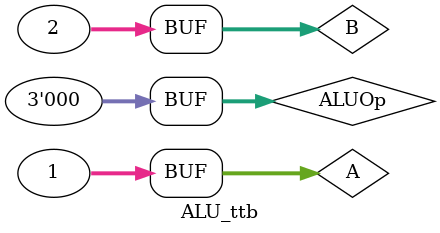
<source format=v>
`timescale 1ns / 1ps


module ALU_ttb;

	// Inputs
	reg [31:0] A;
	reg [31:0] B;
	reg [2:0] ALUOp;

	// Outputs
	wire [31:0] C;

	// Instantiate the Unit Under Test (UUT)
	ALU uut (
		.A(A), 
		.B(B), 
		.ALUOp(ALUOp), 
		.C(C)
	);

	initial begin
		// Initialize Inputs
		A = 0;
		B = 0;
		ALUOp = 0;

		// Wait 100 ns for global reset to finish
		#100;
        
		// Add stimulus here
		A=1;
		ALUOp=0;
		B=2;
	end
      
endmodule


</source>
